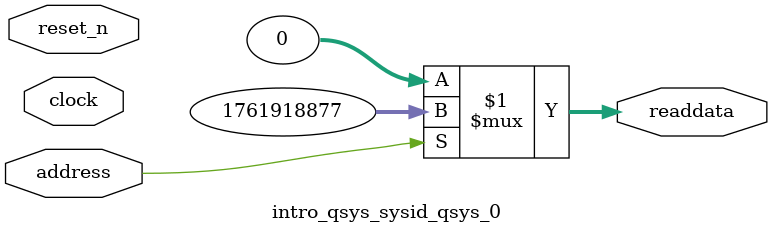
<source format=v>



// synthesis translate_off
`timescale 1ns / 1ps
// synthesis translate_on

// turn off superfluous verilog processor warnings 
// altera message_level Level1 
// altera message_off 10034 10035 10036 10037 10230 10240 10030 

module intro_qsys_sysid_qsys_0 (
               // inputs:
                address,
                clock,
                reset_n,

               // outputs:
                readdata
             )
;

  output  [ 31: 0] readdata;
  input            address;
  input            clock;
  input            reset_n;

  wire    [ 31: 0] readdata;
  //control_slave, which is an e_avalon_slave
  assign readdata = address ? 1761918877 : 0;

endmodule



</source>
